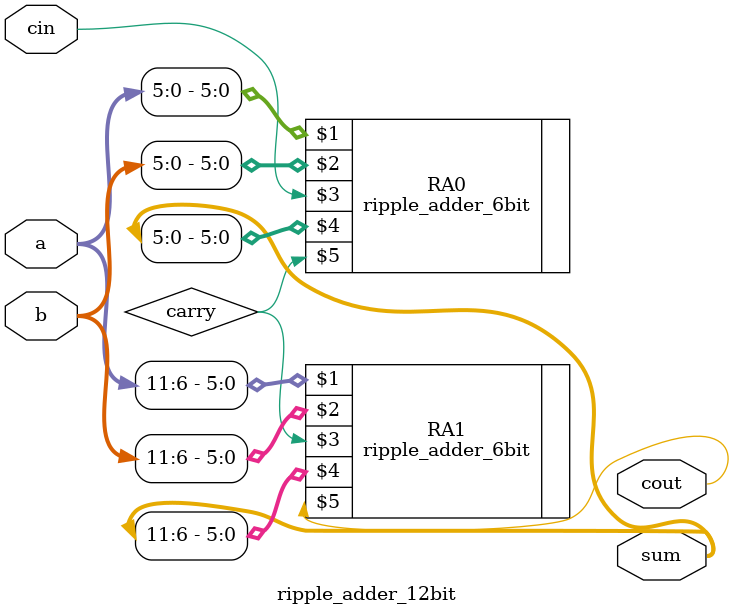
<source format=v>
module ripple_adder_12bit(input [11:0] a,b, input cin, output [11:0] sum, output cout);

	wire carry;

	ripple_adder_6bit RA0(a[5:0],b[5:0],cin,sum[5:0],carry);
	ripple_adder_6bit RA1(a[11:6],b[11:6],carry,sum[11:6],cout);

endmodule

</source>
